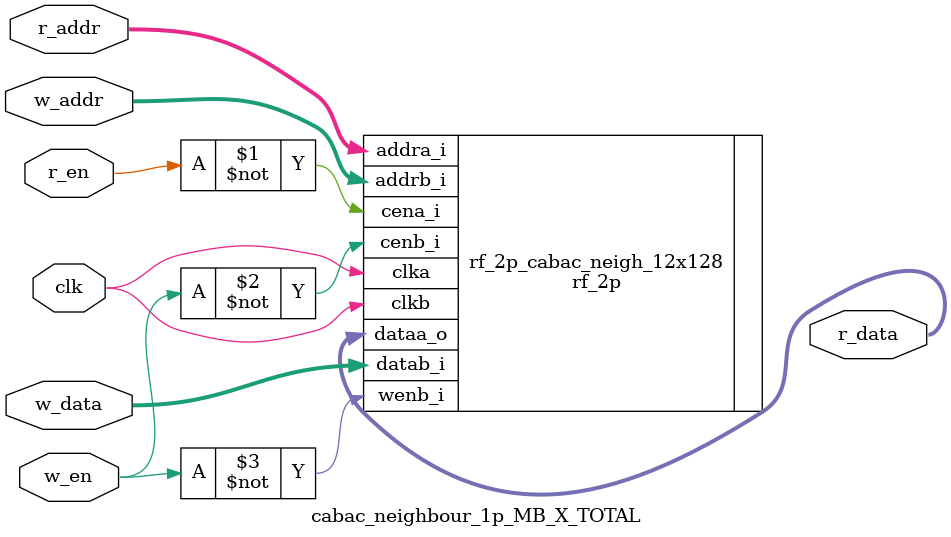
<source format=v>


module cabac_neighbour_1p_MB_X_TOTAL(
					//input
					clk				,
					r_en			,
					r_addr			,
					w_en			,
					w_addr			,
					w_data			,
					
					//output
					r_data
);


// ********************************************
//                                             
//    INPUT / OUTPUT DECLARATION                            
//                                             
// ********************************************
input				clk						;	//clock signal
input				r_en					;	//read enable signal
input	[6:0]		r_addr					;	//read address of memory
input				w_en					;	//write enable signal
input	[6:0]		w_addr					;	//write address of memory
input	[11:0]		w_data					;	//write data of memory, {mb_type_top, chroma_mode_top, cbp_top} = {4, 4, 9}
                                    		
output	[11:0]		r_data					;	//read data from memory	





// ********************************************
//                                             
//    Logic DECLARATION                 
//                                             
// ********************************************

rf_2p #(.Addr_Width(7), .Word_Width(12))	
	   rf_2p_cabac_neigh_12x128 (
				.clka    ( clk        ),  
				.cena_i  ( ~r_en      ),
		        .addra_i ( r_addr     ),
		        .dataa_o ( r_data     ),
				.clkb    ( clk        ),     
				.cenb_i  ( ~w_en      ),  
				.wenb_i  ( ~w_en      ),   
				.addrb_i ( w_addr     ),
				.datab_i ( w_data     )
);
















endmodule















</source>
